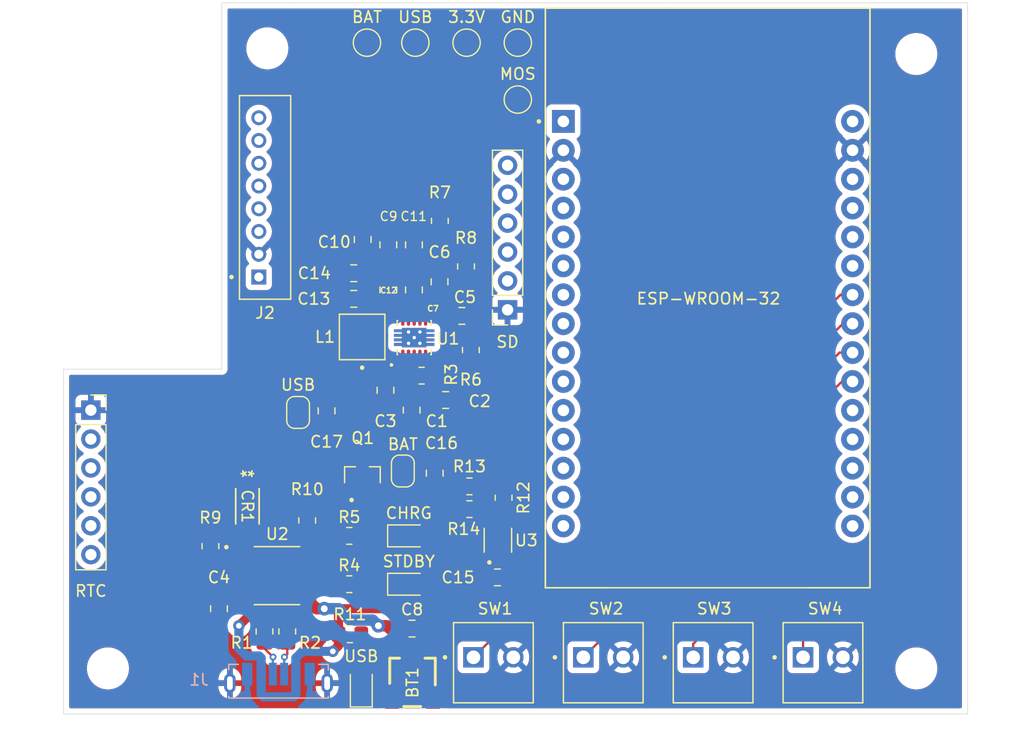
<source format=kicad_pcb>
(kicad_pcb (version 20240108) (generator "pcbnew") (generator_version "8.0")
  (layers (0 "F.Cu" signal) (31 "B.Cu" signal) (34 "B.Paste" user) (35 "F.Paste" user) (36 "B.SilkS" user "B.Silkscreen") (37 "F.SilkS" user "F.Silkscreen") (38 "B.Mask" user) (39 "F.Mask" user) (44 "Edge.Cuts" user))
  (net 0 "")
  (net 1 "GND")
  (net 2 "/Power/3.7V_BAT")
  (net 3 "/Power/MOS_OUT")
  (net 4 "/Power/5V_USB")
  (net 5 "Net-(U1-VAUX)")
  (net 6 "Net-(U1-FB)")
  (net 7 "+3V3")
  (net 8 "Net-(D1-K)")
  (net 9 "Net-(D2-K)")
  (net 10 "Net-(D3-A)")
  (net 11 "Net-(J1-CC2)")
  (net 12 "Net-(J1-CC1)")
  (net 13 "/ESP32/RST")
  (net 14 "/ESP32/CS_DISP")
  (net 15 "/ESP32/DC")
  (net 16 "/ESP32/CLK")
  (net 17 "/ESP32/BUSY")
  (net 18 "/ESP32/MOSI")
  (net 19 "Net-(U1-L1)")
  (net 20 "Net-(U1-L2)")
  (net 21 "Net-(U1-EN)")
  (net 22 "Net-(U2-~{STDBY})")
  (net 23 "Net-(U2-~{CHRG})")
  (net 24 "Net-(U1-PG)")
  (net 25 "Net-(U2-PROG)")
  (net 26 "/ESP32/ALRT")
  (net 27 "/ESP32/SCL")
  (net 28 "/ESP32/SDA")
  (net 29 "/ESP32/B1")
  (net 30 "/ESP32/B2")
  (net 31 "/ESP32/B3")
  (net 32 "/ESP32/B4")
  (net 34 "/ESP32/SQW")
  (net 35 "/ESP32/CS_SD")
  (net 36 "/ESP32/MISO")
  (footprint "MountingHole:MountingHole_3.2mm_M3" (layer "F.Cu") (at 172.5 57)
    (property "Reference" "REF**" (hide yes))
    (property "Value" "MountingHole_3.2mm_M3")
  )
  (footprint "Capacitor_SMD:C_0805_2012Metric_Pad1.18x1.45mm_HandSolder" (layer "F.Cu") (at 131.1625 87.4075)
    (property "Reference" "C2")
    (property "Value" "10uF")
  )
  (footprint "TestPoint:TestPoint_Pad_D2.0mm" (layer "F.Cu") (at 137.5 56)
    (property "Reference" "GND")
    (property "Value" "TestPoint")
  )
  (footprint "Jumper:SolderJumper-2_P1.3mm_Open_RoundedPad1.0x1.5mm" (layer "F.Cu") (at 118.2 88.5 90)
    (property "Reference" "USB")
    (property "Value" "SolderJumper_2_Open")
  )
  (footprint "Resistor_SMD:R_0805_2012Metric_Pad1.20x1.40mm_HandSolder" (layer "F.Cu") (at 117.25 107.75 -90)
    (property "Reference" "R2")
    (property "Value" "5.1K")
  )
  (footprint "Capacitor_SMD:C_0805_2012Metric_Pad1.18x1.45mm_HandSolder" (layer "F.Cu") (at 111.25 105.75 -90)
    (property "Reference" "C4")
    (property "Value" "10uF")
  )
  (footprint "Resistor_SMD:R_0805_2012Metric_Pad1.20x1.40mm_HandSolder" (layer "F.Cu") (at 136.25 96 -90)
    (property "Reference" "R12")
    (property "Value" "10K")
  )
  (footprint "Capacitor_SMD:C_0805_2012Metric_Pad1.18x1.45mm_HandSolder" (layer "F.Cu") (at 130.2 93.8375 -90)
    (property "Reference" "C16")
    (property "Value" "10uF")
  )
  (footprint "Capacitor_SMD:C_0805_2012Metric_Pad1.18x1.45mm_HandSolder" (layer "F.Cu") (at 123.0875 78.5175 180)
    (property "Reference" "C13")
    (property "Value" "10uF")
  )
  (footprint "TestPoint:TestPoint_Pad_D2.0mm" (layer "F.Cu") (at 133 56)
    (property "Reference" "3.3V")
    (property "Value" "TestPoint")
  )
  (footprint "Resistor_SMD:R_0805_2012Metric_Pad1.20x1.40mm_HandSolder" (layer "F.Cu") (at 129.05 85.2675)
    (property "Reference" "R3")
    (property "Value" "100K")
  )
  (footprint "Connector_PinSocket_2.54mm:PinSocket_1x06_P2.54mm_Vertical" (layer "F.Cu") (at 136.6 79.48 180)
    (property "Reference" "SD")
    (property "Value" "MicroSD Breakout")
  )
  (footprint "IRLML6402TRPBF:SOT95P237X112-3N" (layer "F.Cu") (at 123.85 93.975 90)
    (property "Reference" "Q1")
    (property "Value" "PMOS")
  )
  (footprint "TestPoint:TestPoint_Pad_D2.0mm" (layer "F.Cu") (at 137.5 61)
    (property "Reference" "MOS")
    (property "Value" "TestPoint")
  )
  (footprint "Resistor_SMD:R_0805_2012Metric_Pad1.20x1.40mm_HandSolder" (layer "F.Cu") (at 119 98 90)
    (property "Reference" "R10")
    (property "Value" "10K")
  )
  (footprint "Resistor_SMD:R_0805_2012Metric_Pad1.20x1.40mm_HandSolder" (layer "F.Cu") (at 122.75 108 180)
    (property "Reference" "R11")
    (property "Value" "470")
  )
  (footprint "MountingHole:MountingHole_3.2mm_M3" (layer "F.Cu") (at 115.5 56.5)
    (property "Reference" "REF**" (hide yes))
    (property "Value" "MountingHole_3.2mm_M3")
  )
  (footprint "Capacitor_SMD:C_0805_2012Metric_Pad1.18x1.45mm_HandSolder" (layer "F.Cu") (at 128.175 88.305 -90)
    (property "Reference" "C1")
    (property "Value" "10uF")
  )
  (footprint "1984617:PHOENIX_1984617" (layer "F.Cu") (at 151.153334 114.025)
    (property "Reference" "SW3")
    (property "Value" "DB301V-3.5-2P-GN-S")
  )
  (footprint "Capacitor_SMD:C_0805_2012Metric_Pad1.18x1.45mm_HandSolder" (layer "F.Cu") (at 128.2125 107.5)
    (property "Reference" "C8")
    (property "Value" "10uF")
  )
  (footprint "B8B-PH-K-S_LF__SN_:JST_B8B-PH-K-S_LF__SN_" (layer "F.Cu") (at 115.3 69.6 -90)
    (property "Reference" "J2")
    (property "Value" "B8B-PH-K-S_LF__SN_")
  )
  (footprint "ESP32-DEVKIT-V1:MODULE_ESP32_DEVKIT_V1" (layer "F.Cu") (at 154.2 78.435)
    (property "Reference" "ESP-WROOM-32")
    (property "Value" "ESP-WROOM-32 Dev Module")
  )
  (footprint "Resistor_SMD:R_0805_2012Metric_Pad1.20x1.40mm_HandSolder" (layer "F.Cu") (at 130.65 71.6675 -90)
    (property "Reference" "R7")
    (property "Value" "360K")
  )
  (footprint "Jumper:SolderJumper-2_P1.3mm_Open_RoundedPad1.0x1.5mm" (layer "F.Cu") (at 127.4 93.65 90)
    (property "Reference" "BAT")
    (property "Value" "SolderJumper_2_Open")
  )
  (footprint "TP4056:SOP127P600X175-9N" (layer "F.Cu") (at 116.345 102.845)
    (property "Reference" "U2")
    (property "Value" "TP4056")
  )
  (footprint "TestPoint:TestPoint_Pad_D2.0mm" (layer "F.Cu") (at 124.25 56)
    (property "Reference" "BAT")
    (property "Value" "TestPoint")
  )
  (footprint "Capacitor_SMD:C_0805_2012Metric_Pad1.18x1.45mm_HandSolder" (layer "F.Cu") (at 126.125 77.73 90)
    (property "Reference" "C12")
    (property "Value" "10uF")
  )
  (footprint "MountingHole:MountingHole_3.2mm_M3" (layer "F.Cu") (at 101.5 111)
    (property "Reference" "REF**" (hide yes))
    (property "Value" "MountingHole_3.2mm_M3")
  )
  (footprint "1984617:PHOENIX_1984617" (layer "F.Cu") (at 141.504168 114.025)
    (property "Reference" "SW2")
    (property "Value" "DB301V-3.5-2P-GN-S")
  )
  (footprint "LED_SMD:LED_0805_2012Metric_Pad1.15x1.40mm_HandSolder" (layer "F.Cu") (at 127.925 103.6)
    (property "Reference" "STDBY")
    (property "Value" "LED")
  )
  (footprint "1984617:PHOENIX_1984617" (layer "F.Cu") (at 131.855 114.025)
    (property "Reference" "SW1")
    (property "Value" "DB301V-3.5-2P-GN-S")
  )
  (footprint "Resistor_SMD:R_0805_2012Metric_Pad1.20x1.40mm_HandSolder" (layer "F.Cu") (at 133.375 83.0175 -90)
    (property "Reference" "R6")
    (property "Value" "100K")
  )
  (footprint "Connector_PinSocket_2.54mm:PinSocket_1x06_P2.54mm_Vertical" (layer "F.Cu") (at 100 88.3)
    (property "Reference" "RTC")
    (property "Value" "DS3231 Breakout")
  )
  (footprint "Capacitor_SMD:C_0805_2012Metric_Pad1.18x1.45mm_HandSolder" (layer "F.Cu") (at 125.875 86.555 -90)
    (property "Reference" "C3")
    (property "Value" "0.1uF")
  )
  (footprint "Capacitor_SMD:C_0805_2012Metric_Pad1.18x1.45mm_HandSolder" (layer "F.Cu") (at 135.7125 103)
    (property "Reference" "C15")
    (property "Value" "0.1uF")
  )
  (footprint "Resistor_SMD:R_0805_2012Metric_Pad1.20x1.40mm_HandSolder" (layer "F.Cu") (at 132.95 75.6675 90)
    (property "Reference" "R8")
    (property "Value" "64.9K")
  )
  (footprint "1984617:PHOENIX_1984617" (layer "F.Cu") (at 160.8025 114.025)
    (property "Reference" "SW4")
    (property "Value" "DB301V-3.5-2P-GN-S")
  )
  (footprint "Capacitor_SMD:C_0805_2012Metric_Pad1.18x1.45mm_HandSolder" (layer "F.Cu") (at 126.125 73.7675 90)
    (property "Reference" "C9")
    (property "Value" "10uF")
  )
  (footprint "Capacitor_SMD:C_0805_2012Metric_Pad1.18x1.45mm_HandSolder" (layer "F.Cu") (at 128.375 77.73 90)
    (property "Reference" "C7")
    (property "Value" "0.1uF")
  )
  (footprint "Resistor_SMD:R_0805_2012Metric_Pad1.20x1.40mm_HandSolder" (layer "F.Cu") (at 115.25 107.75 -90)
    (property "Reference" "R1")
    (property "Value" "5.1K")
  )
  (footprint "TPS63060DSCT:CONV_TPS63060DSCT" (layer "F.Cu") (at 128.4 81.925 90)
    (property "Reference" "U1")
    (property "Value" "TPS63060")
  )
  (footprint "Resistor_SMD:R_0805_2012Metric_Pad1.20x1.40mm_HandSolder" (layer "F.Cu") (at 110.5 100.25 -90)
    (property "Reference" "R9")
    (property "Value" "1.5K")
  )
  (footprint "Capacitor_SMD:C_0805_2012Metric_Pad1.18x1.45mm_HandSolder" (layer "F.Cu") (at 123.0875 76.2675 180)
    (property "Reference" "C14")
    (property "Value" "10uF")
  )
  (footprint "Resistor_SMD:R_0805_2012Metric_Pad1.20x1.40mm_HandSolder" (layer "F.Cu") (at 122.7 103.6)
    (property "Reference" "R4")
    (property "Value" "1K")
  )
  (footprint "Resistor_SMD:R_0805_2012Metric_Pad1.20x1.40mm_HandSolder" (layer "F.Cu") (at 133.25 97)
    (property "Reference" "R14")
    (property "Value" "4.7K")
  )
  (footprint "MountingHole:MountingHole_3.2mm_M3" (layer "F.Cu") (at 172.5 111)
    (property "Reference" "REF**" (hide yes))
    (property "Value" "MountingHole_3.2mm_M3")
  )
  (footprint "TestPoint:TestPoint_Pad_D2.0mm" (layer "F.Cu") (at 128.5 56)
    (property "Reference" "USB")
    (property "Value" "TestPoint")
  )
  (footprint "Resistor_SMD:R_0805_2012Metric_Pad1.20x1.40mm_HandSolder" (layer "F.Cu") (at 122.7 99.35)
    (property "Reference" "R5")
    (property "Value" "1K")
  )
  (footprint "Capacitor_SMD:C_0805_2012Metric_Pad1.18x1.45mm_HandSolder" (layer "F.Cu") (at 128.375 73.7675 90)
    (property "Reference" "C11")
    (property "Value" "10uF")
  )
  (footprint "Capacitor_SMD:C_0805_2012Metric_Pad1.18x1.45mm_HandSolder" (layer "F.Cu") (at 132.5875 80.0175)
    (property "Reference" "C5")
    (property "Value" "0.1uF")
  )
  (footprint "B5819SW:SDO_SOD-123_MCC-M" (layer "F.Cu") (at 113.75 96.75 -90)
    (property "Reference" "CR1")
    (property "Value" "B5819W-TP")
  )
  (footprint "Capacitor_SMD:C_0805_2012Metric_Pad1.18x1.45mm_HandSolder" (layer "F.Cu") (at 123.875 73.305 90)
    (property "Reference" "C10")
    (property "Value" "10uF")
  )
  (footprint "LED_SMD:LED_0805_2012Metric_Pad1.15x1.40mm_HandSolder" (layer "F.Cu") (at 123.75 112.525 90)
    (property "Reference" "USB")
    (property "Value" "LED")
  )
  (footprint "Resistor_SMD:R_0805_2012Metric_Pad1.20x1.40mm_HandSolder" (layer "F.Cu") (at 133.25 95)
    (property "Reference" "R13")
    (property "Value" "4.7K")
  )
  (footprint "SM02B-SRSS-TB_LF__SN_:SM02B-SRSS-TB_LF__SN_" (layer "F.Cu") (at 128.25 111.75)
    (property "Reference" "BT1")
    (property "Value" "3.7V 1500mAh LiPo")
  )
  (footprint "Capacitor_SMD:C_0805_2012Metric_Pad1.18x1.45mm_HandSolder" (layer "F.Cu") (at 130.625 77.0175 90)
    (property "Reference" "C6")
    (property "Value" "2.2pF")
  )
  (footprint "LED_SMD:LED_0805_2012Metric_Pad1.15x1.40mm_HandSolder" (layer "F.Cu") (at 127.925 99.35)
    (property "Reference" "CHRG")
    (property "Value" "LED")
  )
  (footprint "XFL4020-102MEC:IND_XFL4020-102MEC" (layer "F.Cu") (at 123.825 81.8675 90)
    (property "Reference" "L1")
    (property "Value" "1.2 uH")
  )
  (footprint "Capacitor_SMD:C_0805_2012Metric_Pad1.18x1.45mm_HandSolder" (layer "F.Cu") (at 120.7 88.3625 -90)
    (property "Reference" "C17")
    (property "Value" "10uF")
  )
  (footprint "MAX17048G_T10:SON50P200X200X80-9N" (layer "F.Cu") (at 135.75 99.735 90)
    (property "Reference" "U3")
    (property "Value" "MAX17048G_T10")
  )
  (footprint "UJC_V_G_SMT_P6_TR:SAMESKY_UJC-V-G-SMT-P6-TR" (layer "B.Cu") (at 116.48 112.125 180)
    (property "Reference" "J1")
    (property "Value" "UJC-V-G-SMT-P6-TR")
  )
  (gr_line (start 168.75 115) (end 102.25 115) (stroke (width 0.05)) (layer "Edge.Cuts"))
  (gr_line (start 111.5 52.5) (end 117.5 52.5) (stroke (width 0.05)) (layer "Edge.Cuts"))
  (gr_line (start 118.5 52.5) (end 168.75 52.5) (stroke (width 0.05)) (layer "Edge.Cuts"))
  (gr_line (start 97.6 115) (end 102.25 115) (stroke (width 0.05)) (layer "Edge.Cuts"))
  (gr_line (start 111.5 63.3) (end 111.5 52.5) (stroke (width 0.05)) (layer "Edge.Cuts"))
  (gr_line (start 111.5 63.3) (end 111.5 84.7) (stroke (width 0.05)) (layer "Edge.Cuts"))
  (gr_line (start 118.5 52.5) (end 117.5 52.5) (stroke (width 0.05)) (layer "Edge.Cuts"))
  (gr_line (start 97.6 84.7) (end 97.6 115) (stroke (width 0.05)) (layer "Edge.Cuts"))
  (gr_line (start 168.75 115) (end 177 115) (stroke (width 0.05)) (layer "Edge.Cuts"))
  (gr_line (start 177 52.5) (end 177 115) (stroke (width 0.05)) (layer "Edge.Cuts"))
  (gr_line (start 168.75 52.5) (end 177 52.5) (stroke (width 0.05)) (layer "Edge.Cuts"))
  (gr_line (start 111.5 84.7) (end 97.6 84.7) (stroke (width 0.05)) (layer "Edge.Cuts"))
  (segment (start 136 100.72) (end 135.5 100.72) (width 0.2) (layer "F.Cu") (net 2))
  (segment (start 124.8 95) (end 125.2 95.4) (width 1) (layer "F.Cu") (net 2))
  (segment (start 133 105.75) (end 134.675 104.075) (width 1) (layer "F.Cu") (net 2))
  (segment (start 127.175 108.675) (end 127.175 107.5) (width 1) (layer "F.Cu") (net 2))
  (segment (start 119.82 105.75) (end 118.82 104.75) (width 1) (layer "F.Cu") (net 2))
  (segment (start 127.175 107.5) (end 127.175 107.325) (width 1) (layer "F.Cu") (net 2))
  (segment (start 125.25 107.25) (end 126 107.25) (width 1) (layer "F.Cu") (net 2))
  (segment (start 125.2 95.4) (end 127.4 95.4) (width 1) (layer "F.Cu") (net 2))
  (segment (start 127.175 107.325) (end 128.75 105.75) (width 1) (layer "F.Cu") (net 2))
  (segment (start 127.4 95.4) (end 130.25 98.25) (width 1) (layer "F.Cu") (net 2))
  (segment (start 130.25 100.5) (end 132.75 103) (width 1) (layer "F.Cu") (net 2))
  (segment (start 127.75 109.25) (end 127.175 108.675) (width 1) (layer "F.Cu") (net 2))
  (segment (start 132.75 103) (end 134.675 103) (width 1) (layer "F.Cu") (net 2))
  (segment (start 126 107.25) (end 126.25 107.5) (width 1) (layer "F.Cu") (net 2))
  (segment (start 135.5 100.72) (end 135.5 102.175) (width 0.2) (layer "F.Cu") (net 2))
  (segment (start 134.675 104.075) (end 134.675 103) (width 1) (layer "F.Cu") (net 2))
  (segment (start 135.5 102.175) (end 134.675 103) (width 0.2) (layer "F.Cu") (net 2))
  (segment (start 130.25 98.25) (end 130.25 100.5) (width 1) (layer "F.Cu") (net 2))
  (segment (start 128.75 105.75) (end 133 105.75) (width 1) (layer "F.Cu") (net 2))
  (segment (start 127.75 109.775) (end 127.75 109.25) (width 1) (layer "F.Cu") (net 2))
  (segment (start 126.25 107.5) (end 127.175 107.5) (width 1) (layer "F.Cu") (net 2))
  (segment (start 127.4 94.3) (end 127.4 95.4) (width 1) (layer "F.Cu") (net 2))
  (segment (start 120.5 105.75) (end 119.82 105.75) (width 1) (layer "F.Cu") (net 2))
  (via (at 125.25 107.25) (size 1.2) (drill 0.6) (layers "F.Cu" "B.Cu") (net 2))
  (via (at 120.5 105.75) (size 1.2) (drill 0.6) (layers "F.Cu" "B.Cu") (net 2))
  (segment (start 120.5 105.75) (end 121.75 105.75) (width 1) (layer "B.Cu") (net 2))
  (segment (start 124.75 106.75) (end 125.25 107.25) (width 1) (layer "B.Cu") (net 2))
  (segment (start 121.75 105.75) (end 122.5 106.5) (width 1) (layer "B.Cu") (net 2))
  (segment (start 122.5 106.5) (end 122.75 106.75) (width 1) (layer "B.Cu") (net 2))
  (segment (start 122.75 106.75) (end 124.75 106.75) (width 1) (layer "B.Cu") (net 2))
  (segment (start 113.75 91.352977) (end 117.252977 87.85) (width 1) (layer "F.Cu") (net 3))
  (segment (start 130.2 92.8) (end 130.2 87.4825) (width 1) (layer "F.Cu") (net 3))
  (segment (start 127.4 93) (end 130 93) (width 1) (layer "F.Cu") (net 3))
  (segment (start 128.175 87.2675) (end 129.985 87.2675) (width 1) (layer "F.Cu") (net 3))
  (segment (start 128.05 85.2675) (end 128.05 87.1425) (width 1) (layer "F.Cu") (net 3))
  (segment (start 118.2 87.85) (end 120.175 87.85) (width 1) (layer "F.Cu") (net 3))
  (segment (start 128.05 87.1425) (end 128.175 87.2675) (width 1) (layer "F.Cu") (net 3))
  (segment (start 123.85 92.95) (end 127.35 92.95) (width 1) (layer "F.Cu") (net 3))
  (segment (start 130 93) (end 130.2 92.8) (width 1) (layer "F.Cu") (net 3))
  (segment (start 121.7325 85.5175) (end 120.7 86.55) (width 1) (layer "F.Cu") (net 3))
  (segment (start 129.985 87.2675) (end 130.125 87.4075) (width 1) (layer "F.Cu") (net 3))
  (segment (start 117.252977 87.85) (end 118.2 87.85) (width 1) (layer "F.Cu") (net 3))
  (segment (start 125.875 85.5175) (end 121.7325 85.5175) (width 1) (layer "F.Cu") (net 3))
  (segment (start 130.2 87.4825) (end 130.125 87.4075) (width 1) (layer "F.Cu") (net 3))
  (segment (start 127.8 85.5175) (end 128.05 85.2675) (width 1) (layer "F.Cu") (net 3))
  (segment (start 127.35 92.95) (end 127.4 93) (width 1) (layer "F.Cu") (net 3))
  (segment (start 120.175 87.85) (end 120.7 87.325) (width 1) (layer "F.Cu") (net 3))
  (segment (start 120.7 86.55) (end 120.7 87.325) (width 1) (layer "F.Cu") (net 3))
  (segment (start 125.875 85.5175) (end 127.8 85.5175) (width 1) (layer "F.Cu") (net 3))
  (segment (start 113.75 94.9974) (end 113.75 91.352977) (width 1) (layer "F.Cu") (net 3))
  (segment (start 121.5 93.75) (end 121.5 96.5) (width 1) (layer "F.Cu") (net 4))
  (segment (start 118.2 89.15) (end 118.2 90.45) (width 1) (layer "F.Cu") (net 4))
  (segment (start 113.87 104.75) (end 113.87 106.38) (width 0.8) (layer "F.Cu") (net 4))
  (segment (start 122.25 105.75) (end 126.8 105.75) (width 0.8) (layer "F.Cu") (net 4))
  (segment (start 116.7526 98.5026) (end 117.25 99) (width 1) (layer "F.Cu") (net 4))
  (segment (start 121.75 108) (end 121.75 106.25) (width 0.8) (layer "F.Cu") (net 4))
  (segment (start 113.87 106.38) (end 113 107.25) (width 0.8) (layer "F.Cu") (net 4))
  (segment (start 118.82 100.94) (end 118.82 99.18) (width 1) (layer "F.Cu") (net 4))
  (segment (start 120.4 97.1) (end 120.4 97.85) (width 1) (layer "F.Cu") (net 4))
  (segment (start 128.95 103.6) (end 128.95 99.35) (width 1) (layer "F.Cu") (net 4))
  (segment (start 121.5 96.5) (end 121 96.5) (width 1) (layer "F.Cu") (net 4))
  (segment (start 127.55 97.25) (end 122.75 97.25) (width 1) (layer "F.Cu") (net 4))
  (segment (start 122 96.5) (end 121.5 96.5) (width 1) (layer "F.Cu") (net 4))
  (segment (start 121.75 106.25) (end 122.25 105.75) (width 0.8) (layer "F.Cu") (net 4))
  (segment (start 118.82 99.18) (end 119 99) (width 1) (layer "F.Cu") (net 4))
  (segment (start 122.75 97.25) (end 122 96.5) (width 1) (layer "F.Cu") (net 4))
  (segment (start 128.95 98.65) (end 127.55 97.25) (width 1) (layer "F.Cu") (net 4))
  (segment (start 117.25 99) (end 119 99) (width 1) (layer "F.Cu") (net 4))
  (segment (start 120.4 97.85) (end 119.25 99) (width 1) (layer "F.Cu") (net 4))
  (segment (start 121.75 109) (end 121.25 109.5) (width 0.8) (layer "F.Cu") (net 4))
  (segment (start 122.9 95) (end 122.9 95.6) (width 1) (layer "F.Cu") (net 4))
  (segment (start 122.9 95.6) (end 122 96.5) (width 1) (layer "F.Cu") (net 4))
  (segment (start 128.95 99.35) (end 128.95 98.65) (width 1) (layer "F.Cu") (net 4))
  (segment (start 118.2 90.45) (end 121.5 93.75) (width 1) (layer "F.Cu") (net 4))
  (segment (start 121 96.5) (end 120.4 97.1) (width 1) (layer "F.Cu") (net 4))
  (segment (start 113.87 104.75) (end 111.2875 104.75) (width 0.8) (layer "F.Cu") (net 4))
  (segment (start 121.75 108) (end 121.75 109) (width 0.8) (layer "F.Cu") (net 4))
  (segment (start 126.8 105.75) (end 128.95 103.6) (width 0.8) (layer "F.Cu") (net 4))
  (segment (start 119.25 99) (end 119 99) (width 1) (layer "F.Cu") (net 4))
  (segment (start 113.75 98.5026) (end 116.7526 98.5026) (width 1) (layer "F.Cu") (net 4))
  (segment (start 111.2875 104.75) (end 111.25 104.7125) (width 0.8) (layer "F.Cu") (net 4))
  (via (at 121.25 109.5) (size 1) (drill 0.5) (layers "F.Cu" "B.Cu") (net 4))
  (via (at 113 107.25) (size 1) (drill 0.5) (layers "F.Cu" "B.Cu") (net 4))
  (segment (start 114.78 109.905) (end 113.75 109.905) (width 0.8) (layer "B.Cu") (net 4))
  (segment (start 118.585 109.5) (end 120.25 109.5) (width 0.8) (layer "B.Cu") (net 4))
  (segment (start 113.75 109.905) (end 113.655 109.905) (width 0.8) (layer "B.Cu") (net 4))
  (segment (start 115.165 113.5) (end 114.96 113.295) (width 0.8) (layer "B.Cu") (net 4))
  (segment (start 114.96 113.295) (end 114.96 111.5) (width 0.8) (layer "B.Cu") (net 4))
  (segment (start 117.795 113.5) (end 115.165 113.5) (width 0.8) (layer "B.Cu") (net 4))
  (segment (start 114.96 111.5) (end 114.96 110.085) (width 0.8) (layer "B.Cu") (net 4))
  (segment (start 113.655 109.905) (end 113 109.25) (width 0.8) (layer "B.Cu") (net 4))
  (segment (start 113 109.25) (end 113 107.25) (width 0.8) (layer "B.Cu") (net 4))
  (segment (start 114.96 110.085) (end 114.78 109.905) (width 0.8) (layer "B.Cu") (net 4))
  (segment (start 118 111.5) (end 118 110.085) (width 0.8) (layer "B.Cu") (net 4))
  (segment (start 118 110.085) (end 118.585 109.5) (width 0.8) (layer "B.Cu") (net 4))
  (segment (start 118 113.295) (end 117.795 113.5) (width 0.8) (layer "B.Cu") (net 4))
  (segment (start 120.25 109.5) (end 121.25 109.5) (width 0.8) (layer "B.Cu") (net 4))
  (segment (start 118 111.5) (end 118 113.295) (width 0.8) (layer "B.Cu") (net 4))
  (segment (start 123.75 108) (end 123.75 111.5) (width 0.2) (layer "F.Cu") (net 10))
  (segment (start 115.25 108.75) (end 115.25 109.25) (width 0.2) (layer "F.Cu") (net 11))
  (segment (start 115.25 109.25) (end 116 110) (width 0.2) (layer "F.Cu") (net 11))
  (via (at 116 110) (size 0.6) (drill 0.3) (layers "F.Cu" "B.Cu") (net 11))
  (segment (start 115.98 110.02) (end 116 110) (width 0.2) (layer "B.Cu") (net 11))
  (segment (start 115.98 111.5) (end 115.98 110.02) (width 0.2) (layer "B.Cu") (net 11))
  (segment (start 117.25 109.75) (end 117 110) (width 0.2) (layer "F.Cu") (net 12))
  (segment (start 117.25 108.75) (end 117.25 109.75) (width 0.2) (layer "F.Cu") (net 12))
  (via (at 117 110) (size 0.6) (drill 0.3) (layers "F.Cu" "B.Cu") (net 12))
  (segment (start 116.98 111.5) (end 116.98 110.02) (width 0.2) (layer "B.Cu") (net 12))
  (segment (start 116.98 110.02) (end 117 110) (width 0.2) (layer "B.Cu") (net 12))
  (segment (start 129.4 83.4) (end 131.15 83.4) (width 0.2) (layer "F.Cu") (net 24))
  (segment (start 131.15 83.4) (end 131.7675 84.0175) (width 0.2) (layer "F.Cu") (net 24))
  (segment (start 131.7675 84.0175) (end 133.375 84.0175) (width 0.2) (layer "F.Cu") (net 24))
  (segment (start 133.605 110.025) (end 135.38 108.25) (width 0.2) (layer "F.Cu") (net 29))
  (segment (start 152.75 107.5) (end 160.25 107.5) (width 0.2) (layer "F.Cu") (net 29))
  (segment (start 164.75 81.25) (end 165.25 80.75) (width 0.2) (layer "F.Cu") (net 29))
  (segment (start 161 106.75) (end 161 101.5) (width 0.2) (layer "F.Cu") (net 29))
  (segment (start 164.75 82.75) (end 164.75 81.25) (width 0.2) (layer "F.Cu") (net 29))
  (segment (start 138.75 108.25) (end 139 108) (width 0.2) (layer "F.Cu") (net 29))
  (segment (start 164.25 85.25) (end 164.25 83.25) (width 0.2) (layer "F.Cu") (net 29))
  (segment (start 135.38 108.25) (end 138.75 108.25) (width 0.2) (layer "F.Cu") (net 29))
  (segment (start 161 101.5) (end 163.5 99) (width 0.2) (layer "F.Cu") (net 29))
  (segment (start 165.25 80.75) (end 165.25 78.75) (width 0.2) (layer "F.Cu") (net 29))
  (segment (start 164.25 83.25) (end 164.75 82.75) (width 0.2) (layer "F.Cu") (net 29))
  (segment (start 152.25 108) (end 152.75 107.5) (width 0.2) (layer "F.Cu") (net 29))
  (segment (start 163.5 99) (end 163.5 86) (width 0.2) (layer "F.Cu") (net 29))
  (segment (start 163.5 86) (end 164.25 85.25) (width 0.2) (layer "F.Cu") (net 29))
  (segment (start 165.84 78.16) (end 166.9 78.16) (width 0.2) (layer "F.Cu") (net 29))
  (segment (start 165.25 78.75) (end 165.84 78.16) (width 0.2) (layer "F.Cu") (net 29))
  (segment (start 160.25 107.5) (end 161 106.75) (width 0.2) (layer "F.Cu") (net 29))
  (segment (start 139 108) (end 152.25 108) (width 0.2) (layer "F.Cu") (net 29))
  (segment (start 161.5 107) (end 161.5 106) (width 0.2) (layer "F.Cu") (net 30))
  (segment (start 161.5 106) (end 161.5 101.75) (width 0.2) (layer "F.Cu") (net 30))
  (segment (start 164 99.25) (end 164 86.25) (width 0.2) (layer "F.Cu") (net 30))
  (segment (start 166.05 80.7) (end 166.9 80.7) (width 0.2) (layer "F.Cu") (net 30))
  (segment (start 164.75 83.5) (end 165.25 83) (width 0.2) (layer "F.Cu") (net 30))
  (segment (start 161.5 101.75) (end 164 99.25) (width 0.2) (layer "F.Cu") (net 30))
  (segment (start 164 86.25) (end 164.75 85.5) (width 0.2) (layer "F.Cu") (net 30))
  (segment (start 153 108) (end 153.5 108) (width 0.2) (layer "F.Cu") (net 30))
  (segment (start 164.75 85.5) (end 164.75 83.5) (width 0.2) (layer "F.Cu") (net 30))
  (segment (start 161 107.5) (end 161.5 107) (width 0.2) (layer "F.Cu") (net 30))
  (segment (start 161.5 101.75) (end 161.75 101.5) (width 0.2) (layer "F.Cu") (net 30))
  (segment (start 144.779168 108.5) (end 152.5 108.5) (width 0.2) (layer "F.Cu") (net 30))
  (segment (start 160.5 108) (end 161 107.5) (width 0.2) (layer "F.Cu") (net 30))
  (segment (start 152.5 108.5) (end 153 108) (width 0.2) (layer "F.Cu") (net 30))
  (segment (start 165.25 83) (end 165.25 81.5) (width 0.2) (layer "F.Cu") (net 30))
  (segment (start 143.254168 110.025) (end 144.779168 108.5) (width 0.2) (layer "F.Cu") (net 30))
  (segment (start 165.25 81.5) (end 166.05 80.7) (width 0.2) (layer "F.Cu") (net 30))
  (segment (start 153.5 108) (end 160.5 108) (width 0.2) (layer "F.Cu") (net 30))
  (segment (start 152.903334 110.025) (end 152.903334 108.846666) (width 0.2) (layer "F.Cu") (net 31))
  (segment (start 162 102) (end 164.5 99.5) (width 0.2) (layer "F.Cu") (net 31))
  (segment (start 164.5 86.5) (end 165.25 85.75) (width 0.2) (layer "F.Cu") (net 31))
  (segment (start 165.25 83.75) (end 165.76 83.24) (width 0.2) (layer "F.Cu") (net 31))
  (segment (start 160.75 108.5) (end 162 107.25) (width 0.2) (layer "F.Cu") (net 31))
  (segment (start 162 107.25) (end 162 102) (width 0.2) (layer "F.Cu") (net 31))
  (segment (start 164.5 99.5) (end 164.5 86.5) (width 0.2) (layer "F.Cu") (net 31))
  (segment (start 153.25 108.5) (end 160.75 108.5) (width 0.2) (layer "F.Cu") (net 31))
  (segment (start 165.76 83.24) (end 166.9 83.24) (width 0.2) (layer "F.Cu") (net 31))
  (segment (start 152.903334 108.846666) (end 153.25 108.5) (width 0.2) (layer "F.Cu") (net 31))
  (segment (start 165.25 85.75) (end 165.25 83.75) (width 0.2) (layer "F.Cu") (net 31))
  (segment (start 165 99.75) (end 165 86.75) (width 0.2) (layer "F.Cu") (net 32))
  (segment (start 162.5525 110.025) (end 162.5525 102.1975) (width 0.2) (layer "F.Cu") (net 32))
  (segment (start 162.5525 102.1975) (end 165 99.75) (width 0.2) (layer "F.Cu") (net 32))
  (segment (start 165.97 85.78) (end 166.9 85.78) (width 0.2) (layer "F.Cu") (net 32))
  (segment (start 165 86.75) (end 165.97 85.78) (width 0.2) (layer "F.Cu") (net 32))
  (zone (net 1) (net_name "GND") (layer "F.Cu") (priority 1) (connect_pads (clearance 0.5)) (min_thickness 0.25) (fill yes (thermal_gap 0.5) (thermal_bridge_width 0.5))
    (polygon (pts (xy 111.25 52.25) (xy 111.25 84.25) (xy 97.25 84.5) (xy 97.25 115.25) (xy 177.25 115.25) (xy 177.25 52.25)))
  )
  (zone (net 1) (net_name "GND") (layer "B.Cu") (connect_pads (clearance 0.5)) (min_thickness 0.25) (fill yes (thermal_gap 0.5) (thermal_bridge_width 0.5))
    (polygon (pts (xy 111.25 52.25) (xy 111.25 84.25) (xy 97.25 84.5) (xy 97.25 115.25) (xy 177.25 115.25) (xy 177.25 52.25)))
  )
)
</source>
